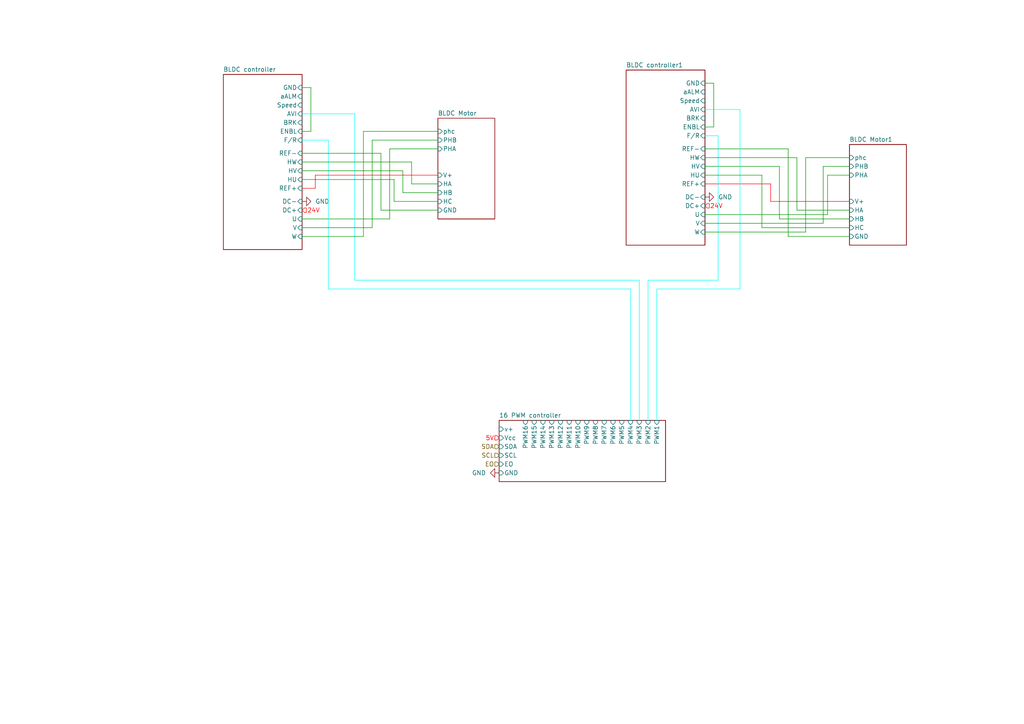
<source format=kicad_sch>
(kicad_sch (version 20231120) (generator "eeschema") (generator_version "8.0")
  (paper "A4")
  (lib_symbols
    (symbol "power:GND" (power) (pin_names (offset 0))
      (property "Value" "GND" (at 0 -3.81 0))
      (symbol "GND_0_1"
        (polyline (pts (xy 0 0) (xy 0 -1.27) (xy 1.27 -1.27) (xy 0 -2.54) (xy -1.27 -1.27) (xy 0 -1.27)))
      )
      (symbol "GND_1_1"
        (pin power_in line (at 0 0 270) (length 0) hide (name "GND") (number "1"))
      )
    )
  )
  (wire (pts (xy 220.98 66.04) (xy 246.38 66.04)))
  (wire (pts (xy 185.42 81.28) (xy 185.42 121.92)) (stroke (width 0) (color 0 255 255 1)))
  (wire (pts (xy 87.63 49.53) (xy 116.84 49.53)))
  (wire (pts (xy 204.47 31.75) (xy 214.63 31.75)) (stroke (width 0) (color 0 255 255 1)))
  (wire (pts (xy 105.41 38.1) (xy 127 38.1)))
  (wire (pts (xy 107.95 66.04) (xy 107.95 40.64)))
  (wire (pts (xy 87.63 52.07) (xy 114.3 52.07)))
  (wire (pts (xy 87.63 63.5) (xy 113.03 63.5)))
  (wire (pts (xy 87.63 25.4) (xy 90.17 25.4)))
  (wire (pts (xy 102.87 33.02) (xy 87.63 33.02)) (stroke (width 0) (color 0 255 255 1)))
  (wire (pts (xy 204.47 39.37) (xy 208.28 39.37)) (stroke (width 0) (color 0 255 255 1)))
  (wire (pts (xy 207.01 24.13) (xy 207.01 36.83)))
  (wire (pts (xy 238.76 64.77) (xy 204.47 64.77)))
  (wire (pts (xy 87.63 68.58) (xy 105.41 68.58)))
  (wire (pts (xy 116.84 49.53) (xy 116.84 55.88)))
  (wire (pts (xy 185.42 81.28) (xy 102.87 81.28)) (stroke (width 0) (color 0 255 255 1)))
  (wire (pts (xy 233.68 45.72) (xy 233.68 67.31)))
  (wire (pts (xy 231.14 45.72) (xy 231.14 60.96)))
  (wire (pts (xy 208.28 81.28) (xy 187.96 81.28)) (stroke (width 0) (color 0 255 255 1)))
  (wire (pts (xy 90.17 25.4) (xy 90.17 38.1)))
  (wire (pts (xy 204.47 45.72) (xy 231.14 45.72)))
  (wire (pts (xy 233.68 67.31) (xy 204.47 67.31)))
  (wire (pts (xy 240.03 50.8) (xy 240.03 62.23)))
  (wire (pts (xy 95.25 83.82) (xy 95.25 40.64)) (stroke (width 0) (color 0 255 255 1)))
  (wire (pts (xy 228.6 43.18) (xy 228.6 68.58)))
  (wire (pts (xy 119.38 46.99) (xy 119.38 53.34)))
  (wire (pts (xy 238.76 48.26) (xy 238.76 64.77)))
  (wire (pts (xy 90.17 38.1) (xy 87.63 38.1)))
  (wire (pts (xy 95.25 40.64) (xy 87.63 40.64)) (stroke (width 0) (color 0 255 255 1)))
  (wire (pts (xy 223.52 53.34) (xy 223.52 58.42)) (stroke (width 0) (color 255 0 0 1)))
  (wire (pts (xy 110.49 60.96) (xy 127 60.96)))
  (wire (pts (xy 91.44 54.61) (xy 87.63 54.61)) (stroke (width 0) (color 255 0 0 1)))
  (wire (pts (xy 223.52 58.42) (xy 246.38 58.42)) (stroke (width 0) (color 255 0 0 1)))
  (wire (pts (xy 204.47 43.18) (xy 228.6 43.18)))
  (wire (pts (xy 187.96 81.28) (xy 187.96 121.92)) (stroke (width 0) (color 0 255 255 1)))
  (wire (pts (xy 87.63 44.45) (xy 110.49 44.45)))
  (wire (pts (xy 119.38 53.34) (xy 127 53.34)))
  (wire (pts (xy 220.98 50.8) (xy 220.98 66.04)))
  (wire (pts (xy 102.87 81.28) (xy 102.87 33.02)) (stroke (width 0) (color 0 255 255 1)))
  (wire (pts (xy 182.88 121.92) (xy 182.88 83.82)) (stroke (width 0) (color 0 255 255 1)))
  (wire (pts (xy 246.38 50.8) (xy 240.03 50.8)))
  (wire (pts (xy 91.44 50.8) (xy 91.44 54.61)) (stroke (width 0) (color 255 0 0 1)))
  (wire (pts (xy 214.63 83.82) (xy 214.63 31.75)) (stroke (width 0) (color 0 255 255 1)))
  (wire (pts (xy 204.47 50.8) (xy 220.98 50.8)))
  (wire (pts (xy 114.3 58.42) (xy 127 58.42)))
  (wire (pts (xy 110.49 44.45) (xy 110.49 60.96)))
  (wire (pts (xy 207.01 36.83) (xy 204.47 36.83)))
  (wire (pts (xy 127 50.8) (xy 91.44 50.8)) (stroke (width 0) (color 255 0 0 1)))
  (wire (pts (xy 208.28 39.37) (xy 208.28 81.28)) (stroke (width 0) (color 0 255 255 1)))
  (wire (pts (xy 114.3 52.07) (xy 114.3 58.42)))
  (wire (pts (xy 190.5 83.82) (xy 190.5 121.92)) (stroke (width 0) (color 0 255 255 1)))
  (wire (pts (xy 113.03 63.5) (xy 113.03 43.18)))
  (wire (pts (xy 240.03 62.23) (xy 204.47 62.23)))
  (wire (pts (xy 204.47 53.34) (xy 223.52 53.34)) (stroke (width 0) (color 255 0 0 1)))
  (wire (pts (xy 107.95 40.64) (xy 127 40.64)))
  (wire (pts (xy 246.38 45.72) (xy 233.68 45.72)))
  (wire (pts (xy 226.06 63.5) (xy 246.38 63.5)))
  (wire (pts (xy 226.06 48.26) (xy 226.06 63.5)))
  (wire (pts (xy 204.47 48.26) (xy 226.06 48.26)))
  (wire (pts (xy 228.6 68.58) (xy 246.38 68.58)))
  (wire (pts (xy 204.47 24.13) (xy 207.01 24.13)))
  (wire (pts (xy 246.38 48.26) (xy 238.76 48.26)))
  (wire (pts (xy 231.14 60.96) (xy 246.38 60.96)))
  (wire (pts (xy 87.63 66.04) (xy 107.95 66.04)))
  (wire (pts (xy 116.84 55.88) (xy 127 55.88)))
  (wire (pts (xy 190.5 83.82) (xy 214.63 83.82)) (stroke (width 0) (color 0 255 255 1)))
  (wire (pts (xy 182.88 83.82) (xy 95.25 83.82)) (stroke (width 0) (color 0 255 255 1)))
  (wire (pts (xy 105.41 68.58) (xy 105.41 38.1)))
  (wire (pts (xy 113.03 43.18) (xy 127 43.18)))
  (wire (pts (xy 87.63 46.99) (xy 119.38 46.99)))
  (hierarchical_label "SDA" (shape input) (at 144.78 129.54 180))
  (hierarchical_label "5V" (shape input) (at 144.78 127 180))
  (hierarchical_label "EO" (shape input) (at 144.78 134.62 180))
  (hierarchical_label "24V" (shape input) (at 204.47 59.69 0))
  (hierarchical_label "24V" (shape input) (at 87.63 60.96 0))
  (hierarchical_label "SCL" (shape input) (at 144.78 132.08 180))
  (symbol (lib_id "power:GND") (at 144.78 137.16 270) (unit 1)
    (property "Reference" "#PWR012" (effects (hide yes)))
    (property "Value" "GND" (at 140.97 137.16 90) (effects (justify right)))
  )
  (symbol (lib_id "power:GND") (at 87.63 58.42 90) (unit 1)
    (property "Reference" "#PWR010" (effects (hide yes)))
    (property "Value" "GND" (at 91.44 58.42 90) (effects (justify right)))
  )
  (symbol (lib_id "power:GND") (at 204.47 57.15 90) (unit 1)
    (property "Reference" "#PWR011" (effects (hide yes)))
    (property "Value" "GND" (at 208.28 57.15 90) (effects (justify right)))
  )
  (sheet (at 64.77 21.59) (size 22.86 50.8) (stroke (width 0.1524))
    (property "Sheetname" "BLDC controller" (at 64.77 20.8784 0) (effects (justify left bottom)))
    (property "Sheetfile" "BLDC_Controller.kicad_sch" (effects (hide yes)))
    (pin "W" input (at 87.63 68.58 0))
    (pin "V" input (at 87.63 66.04 0))
    (pin "U" input (at 87.63 63.5 0))
    (pin "DC+" input (at 87.63 60.96 0))
    (pin "DC-" input (at 87.63 58.42 0))
    (pin "REF+" input (at 87.63 54.61 0))
    (pin "HU" input (at 87.63 52.07 0))
    (pin "HV" input (at 87.63 49.53 0))
    (pin "HW" input (at 87.63 46.99 0))
    (pin "REF-" input (at 87.63 44.45 0))
    (pin "F{slash}R" input (at 87.63 40.64 0))
    (pin "GND" input (at 87.63 25.4 0))
    (pin "ENBL" input (at 87.63 38.1 0))
    (pin "BRK" input (at 87.63 35.56 0))
    (pin "AVI" input (at 87.63 33.02 0))
    (pin "Speed" input (at 87.63 30.48 0))
    (pin "aALM" input (at 87.63 27.94 0))
  )
  (sheet (at 127 34.29) (size 16.51 29.21) (stroke (width 0.1524))
    (property "Sheetname" "BLDC Motor" (at 127 33.5784 0) (effects (justify left bottom)))
    (property "Sheetfile" "BLDC_Motor.kicad_sch" (effects (hide yes)))
    (pin "PHA" input (at 127 43.18 180))
    (pin "PHB" input (at 127 40.64 180))
    (pin "phc" input (at 127 38.1 180))
    (pin "GND" input (at 127 60.96 180))
    (pin "HC" input (at 127 58.42 180))
    (pin "HB" input (at 127 55.88 180))
    (pin "HA" input (at 127 53.34 180))
    (pin "V+" input (at 127 50.8 180))
  )
  (sheet (at 246.38 41.91) (size 16.51 29.21) (stroke (width 0.1524))
    (property "Sheetname" "BLDC Motor1" (at 246.38 41.1984 0) (effects (justify left bottom)))
    (property "Sheetfile" "BLDC_Motor.kicad_sch" (effects (hide yes)))
    (pin "PHA" input (at 246.38 50.8 180))
    (pin "PHB" input (at 246.38 48.26 180))
    (pin "phc" input (at 246.38 45.72 180))
    (pin "GND" input (at 246.38 68.58 180))
    (pin "HC" input (at 246.38 66.04 180))
    (pin "HB" input (at 246.38 63.5 180))
    (pin "HA" input (at 246.38 60.96 180))
    (pin "V+" input (at 246.38 58.42 180))
  )
  (sheet (at 144.78 121.92) (size 48.26 17.78) (stroke (width 0.1524))
    (property "Sheetname" "16 PWM controller" (at 144.78 121.2084 0) (effects (justify left bottom)))
    (property "Sheetfile" "PWM_Controller.kicad_sch" (effects (hide yes)))
    (pin "GND" input (at 144.78 137.16 180))
    (pin "EO" input (at 144.78 134.62 180))
    (pin "SCL" input (at 144.78 132.08 180))
    (pin "SDA" input (at 144.78 129.54 180))
    (pin "v+" input (at 144.78 124.46 180))
    (pin "Vcc" input (at 144.78 127 180))
    (pin "PWM16" input (at 152.4 121.92 90))
    (pin "PWM12" input (at 162.56 121.92 90))
    (pin "PWM13" input (at 160.02 121.92 90))
    (pin "PWM14" input (at 157.48 121.92 90))
    (pin "PWM15" input (at 154.94 121.92 90))
    (pin "PWM7" input (at 175.26 121.92 90))
    (pin "PWM1" input (at 190.5 121.92 90))
    (pin "PWM2" input (at 187.96 121.92 90))
    (pin "PWM3" input (at 185.42 121.92 90))
    (pin "PWM4" input (at 182.88 121.92 90))
    (pin "PWM6" input (at 177.8 121.92 90))
    (pin "PWM5" input (at 180.34 121.92 90))
    (pin "PWM8" input (at 172.72 121.92 90))
    (pin "PWM9" input (at 170.18 121.92 90))
    (pin "PWM10" input (at 167.64 121.92 90))
    (pin "PWM11" input (at 165.1 121.92 90))
  )
  (sheet (at 181.61 20.32) (size 22.86 50.8) (stroke (width 0.1524))
    (property "Sheetname" "BLDC controller1" (at 181.61 19.6084 0) (effects (justify left bottom)))
    (property "Sheetfile" "BLDC_Controller.kicad_sch" (effects (hide yes)))
    (pin "W" input (at 204.47 67.31 0))
    (pin "V" input (at 204.47 64.77 0))
    (pin "U" input (at 204.47 62.23 0))
    (pin "DC+" input (at 204.47 59.69 0))
    (pin "DC-" input (at 204.47 57.15 0))
    (pin "REF+" input (at 204.47 53.34 0))
    (pin "HU" input (at 204.47 50.8 0))
    (pin "HV" input (at 204.47 48.26 0))
    (pin "HW" input (at 204.47 45.72 0))
    (pin "REF-" input (at 204.47 43.18 0))
    (pin "F{slash}R" input (at 204.47 39.37 0))
    (pin "GND" input (at 204.47 24.13 0))
    (pin "ENBL" input (at 204.47 36.83 0))
    (pin "BRK" input (at 204.47 34.29 0))
    (pin "AVI" input (at 204.47 31.75 0))
    (pin "Speed" input (at 204.47 29.21 0))
    (pin "aALM" input (at 204.47 26.67 0))
  )
)
</source>
